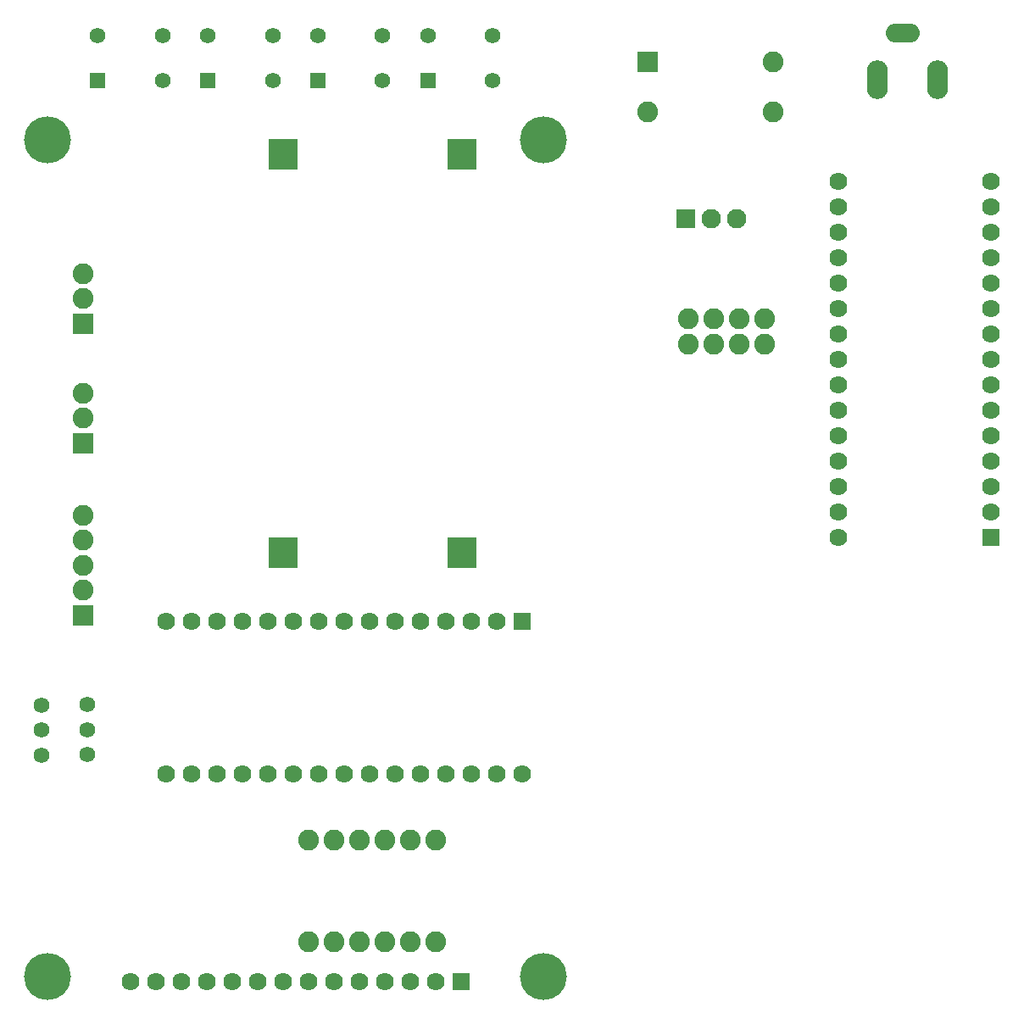
<source format=gbs>
G04*
G04 #@! TF.GenerationSoftware,Altium Limited,Altium Designer,24.9.1 (31)*
G04*
G04 Layer_Color=16711935*
%FSLAX44Y44*%
%MOMM*%
G71*
G04*
G04 #@! TF.SameCoordinates,08A160DE-048D-4C44-B89D-0D19DBCE6055*
G04*
G04*
G04 #@! TF.FilePolarity,Negative*
G04*
G01*
G75*
%ADD28R,2.0800X2.0800*%
%ADD29C,2.0800*%
%ADD30O,3.3800X1.8800*%
%ADD31O,2.0800X3.8800*%
%ADD32C,1.7800*%
%ADD33R,1.7800X1.7800*%
%ADD34C,1.9469*%
%ADD35R,1.9469X1.9469*%
%ADD36R,1.7800X1.7800*%
%ADD37R,2.0800X2.0800*%
%ADD38C,1.5800*%
%ADD39C,4.6800*%
%ADD40R,2.8800X3.0800*%
%ADD41R,1.5780X1.5780*%
%ADD42C,1.5780*%
D28*
X675640Y2949410D02*
D03*
D29*
X800640D02*
D03*
X675640Y2899410D02*
D03*
X800640D02*
D03*
X716280Y2667000D02*
D03*
Y2692400D02*
D03*
X741680Y2667000D02*
D03*
Y2692400D02*
D03*
X767080Y2667000D02*
D03*
Y2692400D02*
D03*
X792480Y2667000D02*
D03*
Y2692400D02*
D03*
X111804Y2496420D02*
D03*
Y2471420D02*
D03*
Y2446420D02*
D03*
Y2421420D02*
D03*
X463804Y2070100D02*
D03*
Y2171700D02*
D03*
X362204Y2070100D02*
D03*
X336804D02*
D03*
X413004D02*
D03*
X387604D02*
D03*
X438404D02*
D03*
X362204Y2171700D02*
D03*
X336804D02*
D03*
X413004D02*
D03*
X387604D02*
D03*
X438404D02*
D03*
X112014Y2737720D02*
D03*
Y2712720D02*
D03*
Y2618340D02*
D03*
Y2593340D02*
D03*
D30*
X930200Y2977660D02*
D03*
D31*
X965200Y2931160D02*
D03*
X905200D02*
D03*
D32*
X866140Y2473960D02*
D03*
Y2499360D02*
D03*
Y2524760D02*
D03*
Y2550160D02*
D03*
Y2575560D02*
D03*
Y2600960D02*
D03*
Y2626360D02*
D03*
Y2651760D02*
D03*
Y2677160D02*
D03*
Y2702560D02*
D03*
Y2727960D02*
D03*
Y2753360D02*
D03*
Y2778760D02*
D03*
Y2804160D02*
D03*
Y2829560D02*
D03*
X1018540D02*
D03*
Y2804160D02*
D03*
Y2778760D02*
D03*
Y2753360D02*
D03*
Y2727960D02*
D03*
Y2702560D02*
D03*
Y2677160D02*
D03*
Y2651760D02*
D03*
Y2626360D02*
D03*
Y2600960D02*
D03*
Y2575560D02*
D03*
Y2550160D02*
D03*
Y2524760D02*
D03*
Y2499360D02*
D03*
X463804Y2030730D02*
D03*
X438404D02*
D03*
X413004D02*
D03*
X387604D02*
D03*
X362204D02*
D03*
X336804D02*
D03*
X311404D02*
D03*
X286004D02*
D03*
X260604D02*
D03*
X235204D02*
D03*
X209804D02*
D03*
X184404D02*
D03*
X159004D02*
D03*
X550164Y2237740D02*
D03*
X524764D02*
D03*
X499364D02*
D03*
X473964D02*
D03*
X448564D02*
D03*
X423164D02*
D03*
X397764D02*
D03*
X372364D02*
D03*
X346964D02*
D03*
X321564D02*
D03*
X296164D02*
D03*
X270764D02*
D03*
X245364D02*
D03*
X219964D02*
D03*
X194564D02*
D03*
Y2390140D02*
D03*
X219964D02*
D03*
X245364D02*
D03*
X270764D02*
D03*
X296164D02*
D03*
X321564D02*
D03*
X346964D02*
D03*
X372364D02*
D03*
X397764D02*
D03*
X423164D02*
D03*
X448564D02*
D03*
X473964D02*
D03*
X499364D02*
D03*
X524764D02*
D03*
D33*
X1018540Y2473960D02*
D03*
D34*
X764540Y2792730D02*
D03*
X739140D02*
D03*
D35*
X713740D02*
D03*
D36*
X489204Y2030730D02*
D03*
X550164Y2390140D02*
D03*
D37*
X111804Y2396420D02*
D03*
X112014Y2687720D02*
D03*
Y2568340D02*
D03*
D38*
X115614Y2257190D02*
D03*
Y2282190D02*
D03*
Y2307190D02*
D03*
X69894Y2256790D02*
D03*
Y2281790D02*
D03*
Y2306790D02*
D03*
D39*
X76514Y2035890D02*
D03*
X571694D02*
D03*
Y2871410D02*
D03*
X76514D02*
D03*
D40*
X311404Y2458720D02*
D03*
X490474Y2857110D02*
D03*
X311404D02*
D03*
X490474Y2458720D02*
D03*
D41*
X346014Y2930170D02*
D03*
X126014D02*
D03*
X236014D02*
D03*
X456014D02*
D03*
D42*
X411014D02*
D03*
X346014Y2975170D02*
D03*
X411014D02*
D03*
X191014Y2930170D02*
D03*
X126014Y2975170D02*
D03*
X191014D02*
D03*
X301014Y2930170D02*
D03*
X236014Y2975170D02*
D03*
X301014D02*
D03*
X521014Y2930170D02*
D03*
X456014Y2975170D02*
D03*
X521014D02*
D03*
M02*

</source>
